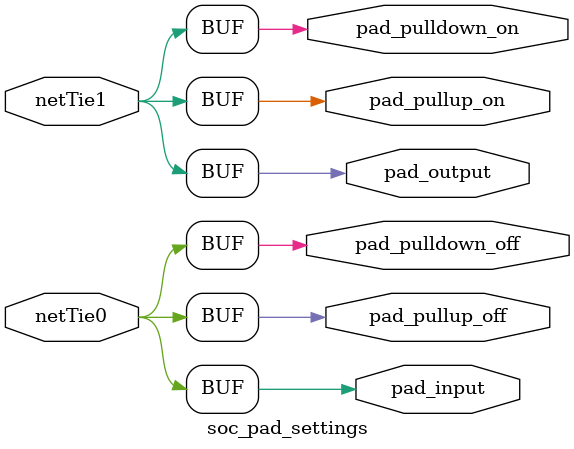
<source format=sv>
/**********************************************************************\
*                               AsteRISC                               *
************************************************************************
*
* Copyright (C) 2022 Jonathan Saussereau
*
* This file is part of AsteRISC.
* AsteRISC is free software: you can redistribute it and/or modify
* it under the terms of the GNU General Public License as published by
* the Free Software Foundation, either version 3 of the License, or
* (at your option) any later version.
* 
* AsteRISC is distributed in the hope that it will be useful,
* but WITHOUT ANY WARRANTY; without even the implied warranty of
* MERCHANTABILITY or FITNESS FOR A PARTICULAR PURPOSE. See the
* GNU General Public License for more details.
* 
* You should have received a copy of the GNU General Public License
* along with AsteRISC. If not, see <https://www.gnu.org/licenses/>.
*
*/

`ifndef __SOC_PAD_SETTINGS__
`define __SOC_PAD_SETTINGS__

module soc_pad_settings (
  input  wire netTie0,
  input  wire netTie1,
  output wire pad_input,
  output wire pad_output,
  output wire pad_pullup_on,
  output wire pad_pullup_off,
  output wire pad_pulldown_on,
  output wire pad_pulldown_off
);

  assign pad_input        = netTie0;
  assign pad_output       = netTie1;
  assign pad_pullup_off   = netTie0;
  assign pad_pullup_on    = netTie1;
  assign pad_pulldown_off = netTie0;
  assign pad_pulldown_on  = netTie1;

endmodule

`endif // __SOC_PAD_SETTINGS__

</source>
